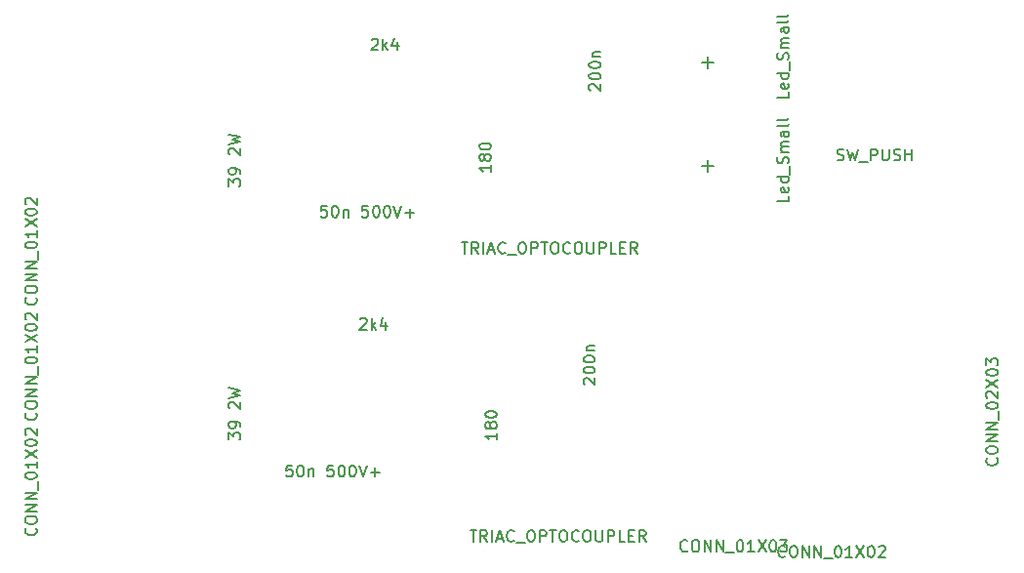
<source format=gbr>
G04 #@! TF.FileFunction,Other,Fab,Top*
%FSLAX46Y46*%
G04 Gerber Fmt 4.6, Leading zero omitted, Abs format (unit mm)*
G04 Created by KiCad (PCBNEW 4.0.4+dfsg1-stable) date Mon Feb 27 19:18:29 2017*
%MOMM*%
%LPD*%
G01*
G04 APERTURE LIST*
%ADD10C,0.100000*%
%ADD11C,0.150000*%
G04 APERTURE END LIST*
D10*
D11*
X57250000Y43000000D02*
X57250000Y42000000D01*
X57750000Y42500000D02*
X56750000Y42500000D01*
X57250000Y34000000D02*
X57250000Y33000000D01*
X57750000Y33500000D02*
X56750000Y33500000D01*
X38952381Y10333334D02*
X38952381Y9761905D01*
X38952381Y10047619D02*
X37952381Y10047619D01*
X38095238Y9952381D01*
X38190476Y9857143D01*
X38238095Y9761905D01*
X38380952Y10904762D02*
X38333333Y10809524D01*
X38285714Y10761905D01*
X38190476Y10714286D01*
X38142857Y10714286D01*
X38047619Y10761905D01*
X38000000Y10809524D01*
X37952381Y10904762D01*
X37952381Y11095239D01*
X38000000Y11190477D01*
X38047619Y11238096D01*
X38142857Y11285715D01*
X38190476Y11285715D01*
X38285714Y11238096D01*
X38333333Y11190477D01*
X38380952Y11095239D01*
X38380952Y10904762D01*
X38428571Y10809524D01*
X38476190Y10761905D01*
X38571429Y10714286D01*
X38761905Y10714286D01*
X38857143Y10761905D01*
X38904762Y10809524D01*
X38952381Y10904762D01*
X38952381Y11095239D01*
X38904762Y11190477D01*
X38857143Y11238096D01*
X38761905Y11285715D01*
X38571429Y11285715D01*
X38476190Y11238096D01*
X38428571Y11190477D01*
X38380952Y11095239D01*
X37952381Y11904762D02*
X37952381Y12000001D01*
X38000000Y12095239D01*
X38047619Y12142858D01*
X38142857Y12190477D01*
X38333333Y12238096D01*
X38571429Y12238096D01*
X38761905Y12190477D01*
X38857143Y12142858D01*
X38904762Y12095239D01*
X38952381Y12000001D01*
X38952381Y11904762D01*
X38904762Y11809524D01*
X38857143Y11761905D01*
X38761905Y11714286D01*
X38571429Y11666667D01*
X38333333Y11666667D01*
X38142857Y11714286D01*
X38047619Y11761905D01*
X38000000Y11809524D01*
X37952381Y11904762D01*
X82302143Y8151191D02*
X82349762Y8103572D01*
X82397381Y7960715D01*
X82397381Y7865477D01*
X82349762Y7722619D01*
X82254524Y7627381D01*
X82159286Y7579762D01*
X81968810Y7532143D01*
X81825952Y7532143D01*
X81635476Y7579762D01*
X81540238Y7627381D01*
X81445000Y7722619D01*
X81397381Y7865477D01*
X81397381Y7960715D01*
X81445000Y8103572D01*
X81492619Y8151191D01*
X81397381Y8770238D02*
X81397381Y8960715D01*
X81445000Y9055953D01*
X81540238Y9151191D01*
X81730714Y9198810D01*
X82064048Y9198810D01*
X82254524Y9151191D01*
X82349762Y9055953D01*
X82397381Y8960715D01*
X82397381Y8770238D01*
X82349762Y8675000D01*
X82254524Y8579762D01*
X82064048Y8532143D01*
X81730714Y8532143D01*
X81540238Y8579762D01*
X81445000Y8675000D01*
X81397381Y8770238D01*
X82397381Y9627381D02*
X81397381Y9627381D01*
X82397381Y10198810D01*
X81397381Y10198810D01*
X82397381Y10675000D02*
X81397381Y10675000D01*
X82397381Y11246429D01*
X81397381Y11246429D01*
X82492619Y11484524D02*
X82492619Y12246429D01*
X81397381Y12675000D02*
X81397381Y12770239D01*
X81445000Y12865477D01*
X81492619Y12913096D01*
X81587857Y12960715D01*
X81778333Y13008334D01*
X82016429Y13008334D01*
X82206905Y12960715D01*
X82302143Y12913096D01*
X82349762Y12865477D01*
X82397381Y12770239D01*
X82397381Y12675000D01*
X82349762Y12579762D01*
X82302143Y12532143D01*
X82206905Y12484524D01*
X82016429Y12436905D01*
X81778333Y12436905D01*
X81587857Y12484524D01*
X81492619Y12532143D01*
X81445000Y12579762D01*
X81397381Y12675000D01*
X81492619Y13389286D02*
X81445000Y13436905D01*
X81397381Y13532143D01*
X81397381Y13770239D01*
X81445000Y13865477D01*
X81492619Y13913096D01*
X81587857Y13960715D01*
X81683095Y13960715D01*
X81825952Y13913096D01*
X82397381Y13341667D01*
X82397381Y13960715D01*
X81397381Y14294048D02*
X82397381Y14960715D01*
X81397381Y14960715D02*
X82397381Y14294048D01*
X81397381Y15532143D02*
X81397381Y15627382D01*
X81445000Y15722620D01*
X81492619Y15770239D01*
X81587857Y15817858D01*
X81778333Y15865477D01*
X82016429Y15865477D01*
X82206905Y15817858D01*
X82302143Y15770239D01*
X82349762Y15722620D01*
X82397381Y15627382D01*
X82397381Y15532143D01*
X82349762Y15436905D01*
X82302143Y15389286D01*
X82206905Y15341667D01*
X82016429Y15294048D01*
X81778333Y15294048D01*
X81587857Y15341667D01*
X81492619Y15389286D01*
X81445000Y15436905D01*
X81397381Y15532143D01*
X81397381Y16198810D02*
X81397381Y16817858D01*
X81778333Y16484524D01*
X81778333Y16627382D01*
X81825952Y16722620D01*
X81873571Y16770239D01*
X81968810Y16817858D01*
X82206905Y16817858D01*
X82302143Y16770239D01*
X82349762Y16722620D01*
X82397381Y16627382D01*
X82397381Y16341667D01*
X82349762Y16246429D01*
X82302143Y16198810D01*
X64270381Y39916571D02*
X64270381Y39440380D01*
X63270381Y39440380D01*
X64222762Y40630857D02*
X64270381Y40535619D01*
X64270381Y40345142D01*
X64222762Y40249904D01*
X64127524Y40202285D01*
X63746571Y40202285D01*
X63651333Y40249904D01*
X63603714Y40345142D01*
X63603714Y40535619D01*
X63651333Y40630857D01*
X63746571Y40678476D01*
X63841810Y40678476D01*
X63937048Y40202285D01*
X64270381Y41535619D02*
X63270381Y41535619D01*
X64222762Y41535619D02*
X64270381Y41440381D01*
X64270381Y41249904D01*
X64222762Y41154666D01*
X64175143Y41107047D01*
X64079905Y41059428D01*
X63794190Y41059428D01*
X63698952Y41107047D01*
X63651333Y41154666D01*
X63603714Y41249904D01*
X63603714Y41440381D01*
X63651333Y41535619D01*
X64365619Y41773714D02*
X64365619Y42535619D01*
X64222762Y42726095D02*
X64270381Y42868952D01*
X64270381Y43107048D01*
X64222762Y43202286D01*
X64175143Y43249905D01*
X64079905Y43297524D01*
X63984667Y43297524D01*
X63889429Y43249905D01*
X63841810Y43202286D01*
X63794190Y43107048D01*
X63746571Y42916571D01*
X63698952Y42821333D01*
X63651333Y42773714D01*
X63556095Y42726095D01*
X63460857Y42726095D01*
X63365619Y42773714D01*
X63318000Y42821333D01*
X63270381Y42916571D01*
X63270381Y43154667D01*
X63318000Y43297524D01*
X64270381Y43726095D02*
X63603714Y43726095D01*
X63698952Y43726095D02*
X63651333Y43773714D01*
X63603714Y43868952D01*
X63603714Y44011810D01*
X63651333Y44107048D01*
X63746571Y44154667D01*
X64270381Y44154667D01*
X63746571Y44154667D02*
X63651333Y44202286D01*
X63603714Y44297524D01*
X63603714Y44440381D01*
X63651333Y44535619D01*
X63746571Y44583238D01*
X64270381Y44583238D01*
X64270381Y45488000D02*
X63746571Y45488000D01*
X63651333Y45440381D01*
X63603714Y45345143D01*
X63603714Y45154666D01*
X63651333Y45059428D01*
X64222762Y45488000D02*
X64270381Y45392762D01*
X64270381Y45154666D01*
X64222762Y45059428D01*
X64127524Y45011809D01*
X64032286Y45011809D01*
X63937048Y45059428D01*
X63889429Y45154666D01*
X63889429Y45392762D01*
X63841810Y45488000D01*
X64270381Y46107047D02*
X64222762Y46011809D01*
X64127524Y45964190D01*
X63270381Y45964190D01*
X64270381Y46630857D02*
X64222762Y46535619D01*
X64127524Y46488000D01*
X63270381Y46488000D01*
X46547619Y14559524D02*
X46500000Y14607143D01*
X46452381Y14702381D01*
X46452381Y14940477D01*
X46500000Y15035715D01*
X46547619Y15083334D01*
X46642857Y15130953D01*
X46738095Y15130953D01*
X46880952Y15083334D01*
X47452381Y14511905D01*
X47452381Y15130953D01*
X46452381Y15750000D02*
X46452381Y15845239D01*
X46500000Y15940477D01*
X46547619Y15988096D01*
X46642857Y16035715D01*
X46833333Y16083334D01*
X47071429Y16083334D01*
X47261905Y16035715D01*
X47357143Y15988096D01*
X47404762Y15940477D01*
X47452381Y15845239D01*
X47452381Y15750000D01*
X47404762Y15654762D01*
X47357143Y15607143D01*
X47261905Y15559524D01*
X47071429Y15511905D01*
X46833333Y15511905D01*
X46642857Y15559524D01*
X46547619Y15607143D01*
X46500000Y15654762D01*
X46452381Y15750000D01*
X46452381Y16702381D02*
X46452381Y16797620D01*
X46500000Y16892858D01*
X46547619Y16940477D01*
X46642857Y16988096D01*
X46833333Y17035715D01*
X47071429Y17035715D01*
X47261905Y16988096D01*
X47357143Y16940477D01*
X47404762Y16892858D01*
X47452381Y16797620D01*
X47452381Y16702381D01*
X47404762Y16607143D01*
X47357143Y16559524D01*
X47261905Y16511905D01*
X47071429Y16464286D01*
X46833333Y16464286D01*
X46642857Y16511905D01*
X46547619Y16559524D01*
X46500000Y16607143D01*
X46452381Y16702381D01*
X46785714Y17464286D02*
X47452381Y17464286D01*
X46880952Y17464286D02*
X46833333Y17511905D01*
X46785714Y17607143D01*
X46785714Y17750001D01*
X46833333Y17845239D01*
X46928571Y17892858D01*
X47452381Y17892858D01*
X47047619Y40059524D02*
X47000000Y40107143D01*
X46952381Y40202381D01*
X46952381Y40440477D01*
X47000000Y40535715D01*
X47047619Y40583334D01*
X47142857Y40630953D01*
X47238095Y40630953D01*
X47380952Y40583334D01*
X47952381Y40011905D01*
X47952381Y40630953D01*
X46952381Y41250000D02*
X46952381Y41345239D01*
X47000000Y41440477D01*
X47047619Y41488096D01*
X47142857Y41535715D01*
X47333333Y41583334D01*
X47571429Y41583334D01*
X47761905Y41535715D01*
X47857143Y41488096D01*
X47904762Y41440477D01*
X47952381Y41345239D01*
X47952381Y41250000D01*
X47904762Y41154762D01*
X47857143Y41107143D01*
X47761905Y41059524D01*
X47571429Y41011905D01*
X47333333Y41011905D01*
X47142857Y41059524D01*
X47047619Y41107143D01*
X47000000Y41154762D01*
X46952381Y41250000D01*
X46952381Y42202381D02*
X46952381Y42297620D01*
X47000000Y42392858D01*
X47047619Y42440477D01*
X47142857Y42488096D01*
X47333333Y42535715D01*
X47571429Y42535715D01*
X47761905Y42488096D01*
X47857143Y42440477D01*
X47904762Y42392858D01*
X47952381Y42297620D01*
X47952381Y42202381D01*
X47904762Y42107143D01*
X47857143Y42059524D01*
X47761905Y42011905D01*
X47571429Y41964286D01*
X47333333Y41964286D01*
X47142857Y42011905D01*
X47047619Y42059524D01*
X47000000Y42107143D01*
X46952381Y42202381D01*
X47285714Y42964286D02*
X47952381Y42964286D01*
X47380952Y42964286D02*
X47333333Y43011905D01*
X47285714Y43107143D01*
X47285714Y43250001D01*
X47333333Y43345239D01*
X47428571Y43392858D01*
X47952381Y43392858D01*
X21202381Y7547619D02*
X20726190Y7547619D01*
X20678571Y7071429D01*
X20726190Y7119048D01*
X20821428Y7166667D01*
X21059524Y7166667D01*
X21154762Y7119048D01*
X21202381Y7071429D01*
X21250000Y6976190D01*
X21250000Y6738095D01*
X21202381Y6642857D01*
X21154762Y6595238D01*
X21059524Y6547619D01*
X20821428Y6547619D01*
X20726190Y6595238D01*
X20678571Y6642857D01*
X21869047Y7547619D02*
X21964286Y7547619D01*
X22059524Y7500000D01*
X22107143Y7452381D01*
X22154762Y7357143D01*
X22202381Y7166667D01*
X22202381Y6928571D01*
X22154762Y6738095D01*
X22107143Y6642857D01*
X22059524Y6595238D01*
X21964286Y6547619D01*
X21869047Y6547619D01*
X21773809Y6595238D01*
X21726190Y6642857D01*
X21678571Y6738095D01*
X21630952Y6928571D01*
X21630952Y7166667D01*
X21678571Y7357143D01*
X21726190Y7452381D01*
X21773809Y7500000D01*
X21869047Y7547619D01*
X22630952Y7214286D02*
X22630952Y6547619D01*
X22630952Y7119048D02*
X22678571Y7166667D01*
X22773809Y7214286D01*
X22916667Y7214286D01*
X23011905Y7166667D01*
X23059524Y7071429D01*
X23059524Y6547619D01*
X24773810Y7547619D02*
X24297619Y7547619D01*
X24250000Y7071429D01*
X24297619Y7119048D01*
X24392857Y7166667D01*
X24630953Y7166667D01*
X24726191Y7119048D01*
X24773810Y7071429D01*
X24821429Y6976190D01*
X24821429Y6738095D01*
X24773810Y6642857D01*
X24726191Y6595238D01*
X24630953Y6547619D01*
X24392857Y6547619D01*
X24297619Y6595238D01*
X24250000Y6642857D01*
X25440476Y7547619D02*
X25535715Y7547619D01*
X25630953Y7500000D01*
X25678572Y7452381D01*
X25726191Y7357143D01*
X25773810Y7166667D01*
X25773810Y6928571D01*
X25726191Y6738095D01*
X25678572Y6642857D01*
X25630953Y6595238D01*
X25535715Y6547619D01*
X25440476Y6547619D01*
X25345238Y6595238D01*
X25297619Y6642857D01*
X25250000Y6738095D01*
X25202381Y6928571D01*
X25202381Y7166667D01*
X25250000Y7357143D01*
X25297619Y7452381D01*
X25345238Y7500000D01*
X25440476Y7547619D01*
X26392857Y7547619D02*
X26488096Y7547619D01*
X26583334Y7500000D01*
X26630953Y7452381D01*
X26678572Y7357143D01*
X26726191Y7166667D01*
X26726191Y6928571D01*
X26678572Y6738095D01*
X26630953Y6642857D01*
X26583334Y6595238D01*
X26488096Y6547619D01*
X26392857Y6547619D01*
X26297619Y6595238D01*
X26250000Y6642857D01*
X26202381Y6738095D01*
X26154762Y6928571D01*
X26154762Y7166667D01*
X26202381Y7357143D01*
X26250000Y7452381D01*
X26297619Y7500000D01*
X26392857Y7547619D01*
X27011905Y7547619D02*
X27345238Y6547619D01*
X27678572Y7547619D01*
X28011905Y6928571D02*
X28773810Y6928571D01*
X28392858Y6547619D02*
X28392858Y7309524D01*
X24202381Y30047619D02*
X23726190Y30047619D01*
X23678571Y29571429D01*
X23726190Y29619048D01*
X23821428Y29666667D01*
X24059524Y29666667D01*
X24154762Y29619048D01*
X24202381Y29571429D01*
X24250000Y29476190D01*
X24250000Y29238095D01*
X24202381Y29142857D01*
X24154762Y29095238D01*
X24059524Y29047619D01*
X23821428Y29047619D01*
X23726190Y29095238D01*
X23678571Y29142857D01*
X24869047Y30047619D02*
X24964286Y30047619D01*
X25059524Y30000000D01*
X25107143Y29952381D01*
X25154762Y29857143D01*
X25202381Y29666667D01*
X25202381Y29428571D01*
X25154762Y29238095D01*
X25107143Y29142857D01*
X25059524Y29095238D01*
X24964286Y29047619D01*
X24869047Y29047619D01*
X24773809Y29095238D01*
X24726190Y29142857D01*
X24678571Y29238095D01*
X24630952Y29428571D01*
X24630952Y29666667D01*
X24678571Y29857143D01*
X24726190Y29952381D01*
X24773809Y30000000D01*
X24869047Y30047619D01*
X25630952Y29714286D02*
X25630952Y29047619D01*
X25630952Y29619048D02*
X25678571Y29666667D01*
X25773809Y29714286D01*
X25916667Y29714286D01*
X26011905Y29666667D01*
X26059524Y29571429D01*
X26059524Y29047619D01*
X27773810Y30047619D02*
X27297619Y30047619D01*
X27250000Y29571429D01*
X27297619Y29619048D01*
X27392857Y29666667D01*
X27630953Y29666667D01*
X27726191Y29619048D01*
X27773810Y29571429D01*
X27821429Y29476190D01*
X27821429Y29238095D01*
X27773810Y29142857D01*
X27726191Y29095238D01*
X27630953Y29047619D01*
X27392857Y29047619D01*
X27297619Y29095238D01*
X27250000Y29142857D01*
X28440476Y30047619D02*
X28535715Y30047619D01*
X28630953Y30000000D01*
X28678572Y29952381D01*
X28726191Y29857143D01*
X28773810Y29666667D01*
X28773810Y29428571D01*
X28726191Y29238095D01*
X28678572Y29142857D01*
X28630953Y29095238D01*
X28535715Y29047619D01*
X28440476Y29047619D01*
X28345238Y29095238D01*
X28297619Y29142857D01*
X28250000Y29238095D01*
X28202381Y29428571D01*
X28202381Y29666667D01*
X28250000Y29857143D01*
X28297619Y29952381D01*
X28345238Y30000000D01*
X28440476Y30047619D01*
X29392857Y30047619D02*
X29488096Y30047619D01*
X29583334Y30000000D01*
X29630953Y29952381D01*
X29678572Y29857143D01*
X29726191Y29666667D01*
X29726191Y29428571D01*
X29678572Y29238095D01*
X29630953Y29142857D01*
X29583334Y29095238D01*
X29488096Y29047619D01*
X29392857Y29047619D01*
X29297619Y29095238D01*
X29250000Y29142857D01*
X29202381Y29238095D01*
X29154762Y29428571D01*
X29154762Y29666667D01*
X29202381Y29857143D01*
X29250000Y29952381D01*
X29297619Y30000000D01*
X29392857Y30047619D01*
X30011905Y30047619D02*
X30345238Y29047619D01*
X30678572Y30047619D01*
X31011905Y29428571D02*
X31773810Y29428571D01*
X31392858Y29047619D02*
X31392858Y29809524D01*
X63976191Y-357143D02*
X63928572Y-404762D01*
X63785715Y-452381D01*
X63690477Y-452381D01*
X63547619Y-404762D01*
X63452381Y-309524D01*
X63404762Y-214286D01*
X63357143Y-23810D01*
X63357143Y119048D01*
X63404762Y309524D01*
X63452381Y404762D01*
X63547619Y500000D01*
X63690477Y547619D01*
X63785715Y547619D01*
X63928572Y500000D01*
X63976191Y452381D01*
X64595238Y547619D02*
X64785715Y547619D01*
X64880953Y500000D01*
X64976191Y404762D01*
X65023810Y214286D01*
X65023810Y-119048D01*
X64976191Y-309524D01*
X64880953Y-404762D01*
X64785715Y-452381D01*
X64595238Y-452381D01*
X64500000Y-404762D01*
X64404762Y-309524D01*
X64357143Y-119048D01*
X64357143Y214286D01*
X64404762Y404762D01*
X64500000Y500000D01*
X64595238Y547619D01*
X65452381Y-452381D02*
X65452381Y547619D01*
X66023810Y-452381D01*
X66023810Y547619D01*
X66500000Y-452381D02*
X66500000Y547619D01*
X67071429Y-452381D01*
X67071429Y547619D01*
X67309524Y-547619D02*
X68071429Y-547619D01*
X68500000Y547619D02*
X68595239Y547619D01*
X68690477Y500000D01*
X68738096Y452381D01*
X68785715Y357143D01*
X68833334Y166667D01*
X68833334Y-71429D01*
X68785715Y-261905D01*
X68738096Y-357143D01*
X68690477Y-404762D01*
X68595239Y-452381D01*
X68500000Y-452381D01*
X68404762Y-404762D01*
X68357143Y-357143D01*
X68309524Y-261905D01*
X68261905Y-71429D01*
X68261905Y166667D01*
X68309524Y357143D01*
X68357143Y452381D01*
X68404762Y500000D01*
X68500000Y547619D01*
X69785715Y-452381D02*
X69214286Y-452381D01*
X69500000Y-452381D02*
X69500000Y547619D01*
X69404762Y404762D01*
X69309524Y309524D01*
X69214286Y261905D01*
X70119048Y547619D02*
X70785715Y-452381D01*
X70785715Y547619D02*
X70119048Y-452381D01*
X71357143Y547619D02*
X71452382Y547619D01*
X71547620Y500000D01*
X71595239Y452381D01*
X71642858Y357143D01*
X71690477Y166667D01*
X71690477Y-71429D01*
X71642858Y-261905D01*
X71595239Y-357143D01*
X71547620Y-404762D01*
X71452382Y-452381D01*
X71357143Y-452381D01*
X71261905Y-404762D01*
X71214286Y-357143D01*
X71166667Y-261905D01*
X71119048Y-71429D01*
X71119048Y166667D01*
X71166667Y357143D01*
X71214286Y452381D01*
X71261905Y500000D01*
X71357143Y547619D01*
X72071429Y452381D02*
X72119048Y500000D01*
X72214286Y547619D01*
X72452382Y547619D01*
X72547620Y500000D01*
X72595239Y452381D01*
X72642858Y357143D01*
X72642858Y261905D01*
X72595239Y119048D01*
X72023810Y-452381D01*
X72642858Y-452381D01*
X-1042857Y2076191D02*
X-995238Y2028572D01*
X-947619Y1885715D01*
X-947619Y1790477D01*
X-995238Y1647619D01*
X-1090476Y1552381D01*
X-1185714Y1504762D01*
X-1376190Y1457143D01*
X-1519048Y1457143D01*
X-1709524Y1504762D01*
X-1804762Y1552381D01*
X-1900000Y1647619D01*
X-1947619Y1790477D01*
X-1947619Y1885715D01*
X-1900000Y2028572D01*
X-1852381Y2076191D01*
X-1947619Y2695238D02*
X-1947619Y2885715D01*
X-1900000Y2980953D01*
X-1804762Y3076191D01*
X-1614286Y3123810D01*
X-1280952Y3123810D01*
X-1090476Y3076191D01*
X-995238Y2980953D01*
X-947619Y2885715D01*
X-947619Y2695238D01*
X-995238Y2600000D01*
X-1090476Y2504762D01*
X-1280952Y2457143D01*
X-1614286Y2457143D01*
X-1804762Y2504762D01*
X-1900000Y2600000D01*
X-1947619Y2695238D01*
X-947619Y3552381D02*
X-1947619Y3552381D01*
X-947619Y4123810D01*
X-1947619Y4123810D01*
X-947619Y4600000D02*
X-1947619Y4600000D01*
X-947619Y5171429D01*
X-1947619Y5171429D01*
X-852381Y5409524D02*
X-852381Y6171429D01*
X-1947619Y6600000D02*
X-1947619Y6695239D01*
X-1900000Y6790477D01*
X-1852381Y6838096D01*
X-1757143Y6885715D01*
X-1566667Y6933334D01*
X-1328571Y6933334D01*
X-1138095Y6885715D01*
X-1042857Y6838096D01*
X-995238Y6790477D01*
X-947619Y6695239D01*
X-947619Y6600000D01*
X-995238Y6504762D01*
X-1042857Y6457143D01*
X-1138095Y6409524D01*
X-1328571Y6361905D01*
X-1566667Y6361905D01*
X-1757143Y6409524D01*
X-1852381Y6457143D01*
X-1900000Y6504762D01*
X-1947619Y6600000D01*
X-947619Y7885715D02*
X-947619Y7314286D01*
X-947619Y7600000D02*
X-1947619Y7600000D01*
X-1804762Y7504762D01*
X-1709524Y7409524D01*
X-1661905Y7314286D01*
X-1947619Y8219048D02*
X-947619Y8885715D01*
X-1947619Y8885715D02*
X-947619Y8219048D01*
X-1947619Y9457143D02*
X-1947619Y9552382D01*
X-1900000Y9647620D01*
X-1852381Y9695239D01*
X-1757143Y9742858D01*
X-1566667Y9790477D01*
X-1328571Y9790477D01*
X-1138095Y9742858D01*
X-1042857Y9695239D01*
X-995238Y9647620D01*
X-947619Y9552382D01*
X-947619Y9457143D01*
X-995238Y9361905D01*
X-1042857Y9314286D01*
X-1138095Y9266667D01*
X-1328571Y9219048D01*
X-1566667Y9219048D01*
X-1757143Y9266667D01*
X-1852381Y9314286D01*
X-1900000Y9361905D01*
X-1947619Y9457143D01*
X-1852381Y10171429D02*
X-1900000Y10219048D01*
X-1947619Y10314286D01*
X-1947619Y10552382D01*
X-1900000Y10647620D01*
X-1852381Y10695239D01*
X-1757143Y10742858D01*
X-1661905Y10742858D01*
X-1519048Y10695239D01*
X-947619Y10123810D01*
X-947619Y10742858D01*
X55476191Y142857D02*
X55428572Y95238D01*
X55285715Y47619D01*
X55190477Y47619D01*
X55047619Y95238D01*
X54952381Y190476D01*
X54904762Y285714D01*
X54857143Y476190D01*
X54857143Y619048D01*
X54904762Y809524D01*
X54952381Y904762D01*
X55047619Y1000000D01*
X55190477Y1047619D01*
X55285715Y1047619D01*
X55428572Y1000000D01*
X55476191Y952381D01*
X56095238Y1047619D02*
X56285715Y1047619D01*
X56380953Y1000000D01*
X56476191Y904762D01*
X56523810Y714286D01*
X56523810Y380952D01*
X56476191Y190476D01*
X56380953Y95238D01*
X56285715Y47619D01*
X56095238Y47619D01*
X56000000Y95238D01*
X55904762Y190476D01*
X55857143Y380952D01*
X55857143Y714286D01*
X55904762Y904762D01*
X56000000Y1000000D01*
X56095238Y1047619D01*
X56952381Y47619D02*
X56952381Y1047619D01*
X57523810Y47619D01*
X57523810Y1047619D01*
X58000000Y47619D02*
X58000000Y1047619D01*
X58571429Y47619D01*
X58571429Y1047619D01*
X58809524Y-47619D02*
X59571429Y-47619D01*
X60000000Y1047619D02*
X60095239Y1047619D01*
X60190477Y1000000D01*
X60238096Y952381D01*
X60285715Y857143D01*
X60333334Y666667D01*
X60333334Y428571D01*
X60285715Y238095D01*
X60238096Y142857D01*
X60190477Y95238D01*
X60095239Y47619D01*
X60000000Y47619D01*
X59904762Y95238D01*
X59857143Y142857D01*
X59809524Y238095D01*
X59761905Y428571D01*
X59761905Y666667D01*
X59809524Y857143D01*
X59857143Y952381D01*
X59904762Y1000000D01*
X60000000Y1047619D01*
X61285715Y47619D02*
X60714286Y47619D01*
X61000000Y47619D02*
X61000000Y1047619D01*
X60904762Y904762D01*
X60809524Y809524D01*
X60714286Y761905D01*
X61619048Y1047619D02*
X62285715Y47619D01*
X62285715Y1047619D02*
X61619048Y47619D01*
X62857143Y1047619D02*
X62952382Y1047619D01*
X63047620Y1000000D01*
X63095239Y952381D01*
X63142858Y857143D01*
X63190477Y666667D01*
X63190477Y428571D01*
X63142858Y238095D01*
X63095239Y142857D01*
X63047620Y95238D01*
X62952382Y47619D01*
X62857143Y47619D01*
X62761905Y95238D01*
X62714286Y142857D01*
X62666667Y238095D01*
X62619048Y428571D01*
X62619048Y666667D01*
X62666667Y857143D01*
X62714286Y952381D01*
X62761905Y1000000D01*
X62857143Y1047619D01*
X63523810Y1047619D02*
X64142858Y1047619D01*
X63809524Y666667D01*
X63952382Y666667D01*
X64047620Y619048D01*
X64095239Y571429D01*
X64142858Y476190D01*
X64142858Y238095D01*
X64095239Y142857D01*
X64047620Y95238D01*
X63952382Y47619D01*
X63666667Y47619D01*
X63571429Y95238D01*
X63523810Y142857D01*
X-1042857Y12076191D02*
X-995238Y12028572D01*
X-947619Y11885715D01*
X-947619Y11790477D01*
X-995238Y11647619D01*
X-1090476Y11552381D01*
X-1185714Y11504762D01*
X-1376190Y11457143D01*
X-1519048Y11457143D01*
X-1709524Y11504762D01*
X-1804762Y11552381D01*
X-1900000Y11647619D01*
X-1947619Y11790477D01*
X-1947619Y11885715D01*
X-1900000Y12028572D01*
X-1852381Y12076191D01*
X-1947619Y12695238D02*
X-1947619Y12885715D01*
X-1900000Y12980953D01*
X-1804762Y13076191D01*
X-1614286Y13123810D01*
X-1280952Y13123810D01*
X-1090476Y13076191D01*
X-995238Y12980953D01*
X-947619Y12885715D01*
X-947619Y12695238D01*
X-995238Y12600000D01*
X-1090476Y12504762D01*
X-1280952Y12457143D01*
X-1614286Y12457143D01*
X-1804762Y12504762D01*
X-1900000Y12600000D01*
X-1947619Y12695238D01*
X-947619Y13552381D02*
X-1947619Y13552381D01*
X-947619Y14123810D01*
X-1947619Y14123810D01*
X-947619Y14600000D02*
X-1947619Y14600000D01*
X-947619Y15171429D01*
X-1947619Y15171429D01*
X-852381Y15409524D02*
X-852381Y16171429D01*
X-1947619Y16600000D02*
X-1947619Y16695239D01*
X-1900000Y16790477D01*
X-1852381Y16838096D01*
X-1757143Y16885715D01*
X-1566667Y16933334D01*
X-1328571Y16933334D01*
X-1138095Y16885715D01*
X-1042857Y16838096D01*
X-995238Y16790477D01*
X-947619Y16695239D01*
X-947619Y16600000D01*
X-995238Y16504762D01*
X-1042857Y16457143D01*
X-1138095Y16409524D01*
X-1328571Y16361905D01*
X-1566667Y16361905D01*
X-1757143Y16409524D01*
X-1852381Y16457143D01*
X-1900000Y16504762D01*
X-1947619Y16600000D01*
X-947619Y17885715D02*
X-947619Y17314286D01*
X-947619Y17600000D02*
X-1947619Y17600000D01*
X-1804762Y17504762D01*
X-1709524Y17409524D01*
X-1661905Y17314286D01*
X-1947619Y18219048D02*
X-947619Y18885715D01*
X-1947619Y18885715D02*
X-947619Y18219048D01*
X-1947619Y19457143D02*
X-1947619Y19552382D01*
X-1900000Y19647620D01*
X-1852381Y19695239D01*
X-1757143Y19742858D01*
X-1566667Y19790477D01*
X-1328571Y19790477D01*
X-1138095Y19742858D01*
X-1042857Y19695239D01*
X-995238Y19647620D01*
X-947619Y19552382D01*
X-947619Y19457143D01*
X-995238Y19361905D01*
X-1042857Y19314286D01*
X-1138095Y19266667D01*
X-1328571Y19219048D01*
X-1566667Y19219048D01*
X-1757143Y19266667D01*
X-1852381Y19314286D01*
X-1900000Y19361905D01*
X-1947619Y19457143D01*
X-1852381Y20171429D02*
X-1900000Y20219048D01*
X-1947619Y20314286D01*
X-1947619Y20552382D01*
X-1900000Y20647620D01*
X-1852381Y20695239D01*
X-1757143Y20742858D01*
X-1661905Y20742858D01*
X-1519048Y20695239D01*
X-947619Y20123810D01*
X-947619Y20742858D01*
X-1042857Y22076191D02*
X-995238Y22028572D01*
X-947619Y21885715D01*
X-947619Y21790477D01*
X-995238Y21647619D01*
X-1090476Y21552381D01*
X-1185714Y21504762D01*
X-1376190Y21457143D01*
X-1519048Y21457143D01*
X-1709524Y21504762D01*
X-1804762Y21552381D01*
X-1900000Y21647619D01*
X-1947619Y21790477D01*
X-1947619Y21885715D01*
X-1900000Y22028572D01*
X-1852381Y22076191D01*
X-1947619Y22695238D02*
X-1947619Y22885715D01*
X-1900000Y22980953D01*
X-1804762Y23076191D01*
X-1614286Y23123810D01*
X-1280952Y23123810D01*
X-1090476Y23076191D01*
X-995238Y22980953D01*
X-947619Y22885715D01*
X-947619Y22695238D01*
X-995238Y22600000D01*
X-1090476Y22504762D01*
X-1280952Y22457143D01*
X-1614286Y22457143D01*
X-1804762Y22504762D01*
X-1900000Y22600000D01*
X-1947619Y22695238D01*
X-947619Y23552381D02*
X-1947619Y23552381D01*
X-947619Y24123810D01*
X-1947619Y24123810D01*
X-947619Y24600000D02*
X-1947619Y24600000D01*
X-947619Y25171429D01*
X-1947619Y25171429D01*
X-852381Y25409524D02*
X-852381Y26171429D01*
X-1947619Y26600000D02*
X-1947619Y26695239D01*
X-1900000Y26790477D01*
X-1852381Y26838096D01*
X-1757143Y26885715D01*
X-1566667Y26933334D01*
X-1328571Y26933334D01*
X-1138095Y26885715D01*
X-1042857Y26838096D01*
X-995238Y26790477D01*
X-947619Y26695239D01*
X-947619Y26600000D01*
X-995238Y26504762D01*
X-1042857Y26457143D01*
X-1138095Y26409524D01*
X-1328571Y26361905D01*
X-1566667Y26361905D01*
X-1757143Y26409524D01*
X-1852381Y26457143D01*
X-1900000Y26504762D01*
X-1947619Y26600000D01*
X-947619Y27885715D02*
X-947619Y27314286D01*
X-947619Y27600000D02*
X-1947619Y27600000D01*
X-1804762Y27504762D01*
X-1709524Y27409524D01*
X-1661905Y27314286D01*
X-1947619Y28219048D02*
X-947619Y28885715D01*
X-1947619Y28885715D02*
X-947619Y28219048D01*
X-1947619Y29457143D02*
X-1947619Y29552382D01*
X-1900000Y29647620D01*
X-1852381Y29695239D01*
X-1757143Y29742858D01*
X-1566667Y29790477D01*
X-1328571Y29790477D01*
X-1138095Y29742858D01*
X-1042857Y29695239D01*
X-995238Y29647620D01*
X-947619Y29552382D01*
X-947619Y29457143D01*
X-995238Y29361905D01*
X-1042857Y29314286D01*
X-1138095Y29266667D01*
X-1328571Y29219048D01*
X-1566667Y29219048D01*
X-1757143Y29266667D01*
X-1852381Y29314286D01*
X-1900000Y29361905D01*
X-1947619Y29457143D01*
X-1852381Y30171429D02*
X-1900000Y30219048D01*
X-1947619Y30314286D01*
X-1947619Y30552382D01*
X-1900000Y30647620D01*
X-1852381Y30695239D01*
X-1757143Y30742858D01*
X-1661905Y30742858D01*
X-1519048Y30695239D01*
X-947619Y30123810D01*
X-947619Y30742858D01*
X38452381Y33583334D02*
X38452381Y33011905D01*
X38452381Y33297619D02*
X37452381Y33297619D01*
X37595238Y33202381D01*
X37690476Y33107143D01*
X37738095Y33011905D01*
X37880952Y34154762D02*
X37833333Y34059524D01*
X37785714Y34011905D01*
X37690476Y33964286D01*
X37642857Y33964286D01*
X37547619Y34011905D01*
X37500000Y34059524D01*
X37452381Y34154762D01*
X37452381Y34345239D01*
X37500000Y34440477D01*
X37547619Y34488096D01*
X37642857Y34535715D01*
X37690476Y34535715D01*
X37785714Y34488096D01*
X37833333Y34440477D01*
X37880952Y34345239D01*
X37880952Y34154762D01*
X37928571Y34059524D01*
X37976190Y34011905D01*
X38071429Y33964286D01*
X38261905Y33964286D01*
X38357143Y34011905D01*
X38404762Y34059524D01*
X38452381Y34154762D01*
X38452381Y34345239D01*
X38404762Y34440477D01*
X38357143Y34488096D01*
X38261905Y34535715D01*
X38071429Y34535715D01*
X37976190Y34488096D01*
X37928571Y34440477D01*
X37880952Y34345239D01*
X37452381Y35154762D02*
X37452381Y35250001D01*
X37500000Y35345239D01*
X37547619Y35392858D01*
X37642857Y35440477D01*
X37833333Y35488096D01*
X38071429Y35488096D01*
X38261905Y35440477D01*
X38357143Y35392858D01*
X38404762Y35345239D01*
X38452381Y35250001D01*
X38452381Y35154762D01*
X38404762Y35059524D01*
X38357143Y35011905D01*
X38261905Y34964286D01*
X38071429Y34916667D01*
X37833333Y34916667D01*
X37642857Y34964286D01*
X37547619Y35011905D01*
X37500000Y35059524D01*
X37452381Y35154762D01*
X27083333Y20202381D02*
X27130952Y20250000D01*
X27226190Y20297619D01*
X27464286Y20297619D01*
X27559524Y20250000D01*
X27607143Y20202381D01*
X27654762Y20107143D01*
X27654762Y20011905D01*
X27607143Y19869048D01*
X27035714Y19297619D01*
X27654762Y19297619D01*
X28083333Y19297619D02*
X28083333Y20297619D01*
X28178571Y19678571D02*
X28464286Y19297619D01*
X28464286Y19964286D02*
X28083333Y19583333D01*
X29321429Y19964286D02*
X29321429Y19297619D01*
X29083333Y20345238D02*
X28845238Y19630952D01*
X29464286Y19630952D01*
X28083333Y44452381D02*
X28130952Y44500000D01*
X28226190Y44547619D01*
X28464286Y44547619D01*
X28559524Y44500000D01*
X28607143Y44452381D01*
X28654762Y44357143D01*
X28654762Y44261905D01*
X28607143Y44119048D01*
X28035714Y43547619D01*
X28654762Y43547619D01*
X29083333Y43547619D02*
X29083333Y44547619D01*
X29178571Y43928571D02*
X29464286Y43547619D01*
X29464286Y44214286D02*
X29083333Y43833333D01*
X30321429Y44214286D02*
X30321429Y43547619D01*
X30083333Y44595238D02*
X29845238Y43880952D01*
X30464286Y43880952D01*
X15702381Y9761905D02*
X15702381Y10380953D01*
X16083333Y10047619D01*
X16083333Y10190477D01*
X16130952Y10285715D01*
X16178571Y10333334D01*
X16273810Y10380953D01*
X16511905Y10380953D01*
X16607143Y10333334D01*
X16654762Y10285715D01*
X16702381Y10190477D01*
X16702381Y9904762D01*
X16654762Y9809524D01*
X16607143Y9761905D01*
X16702381Y10857143D02*
X16702381Y11047619D01*
X16654762Y11142858D01*
X16607143Y11190477D01*
X16464286Y11285715D01*
X16273810Y11333334D01*
X15892857Y11333334D01*
X15797619Y11285715D01*
X15750000Y11238096D01*
X15702381Y11142858D01*
X15702381Y10952381D01*
X15750000Y10857143D01*
X15797619Y10809524D01*
X15892857Y10761905D01*
X16130952Y10761905D01*
X16226190Y10809524D01*
X16273810Y10857143D01*
X16321429Y10952381D01*
X16321429Y11142858D01*
X16273810Y11238096D01*
X16226190Y11285715D01*
X16130952Y11333334D01*
X15797619Y12476191D02*
X15750000Y12523810D01*
X15702381Y12619048D01*
X15702381Y12857144D01*
X15750000Y12952382D01*
X15797619Y13000001D01*
X15892857Y13047620D01*
X15988095Y13047620D01*
X16130952Y13000001D01*
X16702381Y12428572D01*
X16702381Y13047620D01*
X15702381Y13380953D02*
X16702381Y13619048D01*
X15988095Y13809525D01*
X16702381Y14000001D01*
X15702381Y14238096D01*
X15702381Y31761905D02*
X15702381Y32380953D01*
X16083333Y32047619D01*
X16083333Y32190477D01*
X16130952Y32285715D01*
X16178571Y32333334D01*
X16273810Y32380953D01*
X16511905Y32380953D01*
X16607143Y32333334D01*
X16654762Y32285715D01*
X16702381Y32190477D01*
X16702381Y31904762D01*
X16654762Y31809524D01*
X16607143Y31761905D01*
X16702381Y32857143D02*
X16702381Y33047619D01*
X16654762Y33142858D01*
X16607143Y33190477D01*
X16464286Y33285715D01*
X16273810Y33333334D01*
X15892857Y33333334D01*
X15797619Y33285715D01*
X15750000Y33238096D01*
X15702381Y33142858D01*
X15702381Y32952381D01*
X15750000Y32857143D01*
X15797619Y32809524D01*
X15892857Y32761905D01*
X16130952Y32761905D01*
X16226190Y32809524D01*
X16273810Y32857143D01*
X16321429Y32952381D01*
X16321429Y33142858D01*
X16273810Y33238096D01*
X16226190Y33285715D01*
X16130952Y33333334D01*
X15797619Y34476191D02*
X15750000Y34523810D01*
X15702381Y34619048D01*
X15702381Y34857144D01*
X15750000Y34952382D01*
X15797619Y35000001D01*
X15892857Y35047620D01*
X15988095Y35047620D01*
X16130952Y35000001D01*
X16702381Y34428572D01*
X16702381Y35047620D01*
X15702381Y35380953D02*
X16702381Y35619048D01*
X15988095Y35809525D01*
X16702381Y36000001D01*
X15702381Y36238096D01*
X36633333Y1897619D02*
X37204762Y1897619D01*
X36919047Y897619D02*
X36919047Y1897619D01*
X38109524Y897619D02*
X37776190Y1373810D01*
X37538095Y897619D02*
X37538095Y1897619D01*
X37919048Y1897619D01*
X38014286Y1850000D01*
X38061905Y1802381D01*
X38109524Y1707143D01*
X38109524Y1564286D01*
X38061905Y1469048D01*
X38014286Y1421429D01*
X37919048Y1373810D01*
X37538095Y1373810D01*
X38538095Y897619D02*
X38538095Y1897619D01*
X38966666Y1183333D02*
X39442857Y1183333D01*
X38871428Y897619D02*
X39204761Y1897619D01*
X39538095Y897619D01*
X40442857Y992857D02*
X40395238Y945238D01*
X40252381Y897619D01*
X40157143Y897619D01*
X40014285Y945238D01*
X39919047Y1040476D01*
X39871428Y1135714D01*
X39823809Y1326190D01*
X39823809Y1469048D01*
X39871428Y1659524D01*
X39919047Y1754762D01*
X40014285Y1850000D01*
X40157143Y1897619D01*
X40252381Y1897619D01*
X40395238Y1850000D01*
X40442857Y1802381D01*
X40633333Y802381D02*
X41395238Y802381D01*
X41823809Y1897619D02*
X42014286Y1897619D01*
X42109524Y1850000D01*
X42204762Y1754762D01*
X42252381Y1564286D01*
X42252381Y1230952D01*
X42204762Y1040476D01*
X42109524Y945238D01*
X42014286Y897619D01*
X41823809Y897619D01*
X41728571Y945238D01*
X41633333Y1040476D01*
X41585714Y1230952D01*
X41585714Y1564286D01*
X41633333Y1754762D01*
X41728571Y1850000D01*
X41823809Y1897619D01*
X42680952Y897619D02*
X42680952Y1897619D01*
X43061905Y1897619D01*
X43157143Y1850000D01*
X43204762Y1802381D01*
X43252381Y1707143D01*
X43252381Y1564286D01*
X43204762Y1469048D01*
X43157143Y1421429D01*
X43061905Y1373810D01*
X42680952Y1373810D01*
X43538095Y1897619D02*
X44109524Y1897619D01*
X43823809Y897619D02*
X43823809Y1897619D01*
X44633333Y1897619D02*
X44823810Y1897619D01*
X44919048Y1850000D01*
X45014286Y1754762D01*
X45061905Y1564286D01*
X45061905Y1230952D01*
X45014286Y1040476D01*
X44919048Y945238D01*
X44823810Y897619D01*
X44633333Y897619D01*
X44538095Y945238D01*
X44442857Y1040476D01*
X44395238Y1230952D01*
X44395238Y1564286D01*
X44442857Y1754762D01*
X44538095Y1850000D01*
X44633333Y1897619D01*
X46061905Y992857D02*
X46014286Y945238D01*
X45871429Y897619D01*
X45776191Y897619D01*
X45633333Y945238D01*
X45538095Y1040476D01*
X45490476Y1135714D01*
X45442857Y1326190D01*
X45442857Y1469048D01*
X45490476Y1659524D01*
X45538095Y1754762D01*
X45633333Y1850000D01*
X45776191Y1897619D01*
X45871429Y1897619D01*
X46014286Y1850000D01*
X46061905Y1802381D01*
X46680952Y1897619D02*
X46871429Y1897619D01*
X46966667Y1850000D01*
X47061905Y1754762D01*
X47109524Y1564286D01*
X47109524Y1230952D01*
X47061905Y1040476D01*
X46966667Y945238D01*
X46871429Y897619D01*
X46680952Y897619D01*
X46585714Y945238D01*
X46490476Y1040476D01*
X46442857Y1230952D01*
X46442857Y1564286D01*
X46490476Y1754762D01*
X46585714Y1850000D01*
X46680952Y1897619D01*
X47538095Y1897619D02*
X47538095Y1088095D01*
X47585714Y992857D01*
X47633333Y945238D01*
X47728571Y897619D01*
X47919048Y897619D01*
X48014286Y945238D01*
X48061905Y992857D01*
X48109524Y1088095D01*
X48109524Y1897619D01*
X48585714Y897619D02*
X48585714Y1897619D01*
X48966667Y1897619D01*
X49061905Y1850000D01*
X49109524Y1802381D01*
X49157143Y1707143D01*
X49157143Y1564286D01*
X49109524Y1469048D01*
X49061905Y1421429D01*
X48966667Y1373810D01*
X48585714Y1373810D01*
X50061905Y897619D02*
X49585714Y897619D01*
X49585714Y1897619D01*
X50395238Y1421429D02*
X50728572Y1421429D01*
X50871429Y897619D02*
X50395238Y897619D01*
X50395238Y1897619D01*
X50871429Y1897619D01*
X51871429Y897619D02*
X51538095Y1373810D01*
X51300000Y897619D02*
X51300000Y1897619D01*
X51680953Y1897619D01*
X51776191Y1850000D01*
X51823810Y1802381D01*
X51871429Y1707143D01*
X51871429Y1564286D01*
X51823810Y1469048D01*
X51776191Y1421429D01*
X51680953Y1373810D01*
X51300000Y1373810D01*
X35883333Y26897619D02*
X36454762Y26897619D01*
X36169047Y25897619D02*
X36169047Y26897619D01*
X37359524Y25897619D02*
X37026190Y26373810D01*
X36788095Y25897619D02*
X36788095Y26897619D01*
X37169048Y26897619D01*
X37264286Y26850000D01*
X37311905Y26802381D01*
X37359524Y26707143D01*
X37359524Y26564286D01*
X37311905Y26469048D01*
X37264286Y26421429D01*
X37169048Y26373810D01*
X36788095Y26373810D01*
X37788095Y25897619D02*
X37788095Y26897619D01*
X38216666Y26183333D02*
X38692857Y26183333D01*
X38121428Y25897619D02*
X38454761Y26897619D01*
X38788095Y25897619D01*
X39692857Y25992857D02*
X39645238Y25945238D01*
X39502381Y25897619D01*
X39407143Y25897619D01*
X39264285Y25945238D01*
X39169047Y26040476D01*
X39121428Y26135714D01*
X39073809Y26326190D01*
X39073809Y26469048D01*
X39121428Y26659524D01*
X39169047Y26754762D01*
X39264285Y26850000D01*
X39407143Y26897619D01*
X39502381Y26897619D01*
X39645238Y26850000D01*
X39692857Y26802381D01*
X39883333Y25802381D02*
X40645238Y25802381D01*
X41073809Y26897619D02*
X41264286Y26897619D01*
X41359524Y26850000D01*
X41454762Y26754762D01*
X41502381Y26564286D01*
X41502381Y26230952D01*
X41454762Y26040476D01*
X41359524Y25945238D01*
X41264286Y25897619D01*
X41073809Y25897619D01*
X40978571Y25945238D01*
X40883333Y26040476D01*
X40835714Y26230952D01*
X40835714Y26564286D01*
X40883333Y26754762D01*
X40978571Y26850000D01*
X41073809Y26897619D01*
X41930952Y25897619D02*
X41930952Y26897619D01*
X42311905Y26897619D01*
X42407143Y26850000D01*
X42454762Y26802381D01*
X42502381Y26707143D01*
X42502381Y26564286D01*
X42454762Y26469048D01*
X42407143Y26421429D01*
X42311905Y26373810D01*
X41930952Y26373810D01*
X42788095Y26897619D02*
X43359524Y26897619D01*
X43073809Y25897619D02*
X43073809Y26897619D01*
X43883333Y26897619D02*
X44073810Y26897619D01*
X44169048Y26850000D01*
X44264286Y26754762D01*
X44311905Y26564286D01*
X44311905Y26230952D01*
X44264286Y26040476D01*
X44169048Y25945238D01*
X44073810Y25897619D01*
X43883333Y25897619D01*
X43788095Y25945238D01*
X43692857Y26040476D01*
X43645238Y26230952D01*
X43645238Y26564286D01*
X43692857Y26754762D01*
X43788095Y26850000D01*
X43883333Y26897619D01*
X45311905Y25992857D02*
X45264286Y25945238D01*
X45121429Y25897619D01*
X45026191Y25897619D01*
X44883333Y25945238D01*
X44788095Y26040476D01*
X44740476Y26135714D01*
X44692857Y26326190D01*
X44692857Y26469048D01*
X44740476Y26659524D01*
X44788095Y26754762D01*
X44883333Y26850000D01*
X45026191Y26897619D01*
X45121429Y26897619D01*
X45264286Y26850000D01*
X45311905Y26802381D01*
X45930952Y26897619D02*
X46121429Y26897619D01*
X46216667Y26850000D01*
X46311905Y26754762D01*
X46359524Y26564286D01*
X46359524Y26230952D01*
X46311905Y26040476D01*
X46216667Y25945238D01*
X46121429Y25897619D01*
X45930952Y25897619D01*
X45835714Y25945238D01*
X45740476Y26040476D01*
X45692857Y26230952D01*
X45692857Y26564286D01*
X45740476Y26754762D01*
X45835714Y26850000D01*
X45930952Y26897619D01*
X46788095Y26897619D02*
X46788095Y26088095D01*
X46835714Y25992857D01*
X46883333Y25945238D01*
X46978571Y25897619D01*
X47169048Y25897619D01*
X47264286Y25945238D01*
X47311905Y25992857D01*
X47359524Y26088095D01*
X47359524Y26897619D01*
X47835714Y25897619D02*
X47835714Y26897619D01*
X48216667Y26897619D01*
X48311905Y26850000D01*
X48359524Y26802381D01*
X48407143Y26707143D01*
X48407143Y26564286D01*
X48359524Y26469048D01*
X48311905Y26421429D01*
X48216667Y26373810D01*
X47835714Y26373810D01*
X49311905Y25897619D02*
X48835714Y25897619D01*
X48835714Y26897619D01*
X49645238Y26421429D02*
X49978572Y26421429D01*
X50121429Y25897619D02*
X49645238Y25897619D01*
X49645238Y26897619D01*
X50121429Y26897619D01*
X51121429Y25897619D02*
X50788095Y26373810D01*
X50550000Y25897619D02*
X50550000Y26897619D01*
X50930953Y26897619D01*
X51026191Y26850000D01*
X51073810Y26802381D01*
X51121429Y26707143D01*
X51121429Y26564286D01*
X51073810Y26469048D01*
X51026191Y26421429D01*
X50930953Y26373810D01*
X50550000Y26373810D01*
X64270381Y30916571D02*
X64270381Y30440380D01*
X63270381Y30440380D01*
X64222762Y31630857D02*
X64270381Y31535619D01*
X64270381Y31345142D01*
X64222762Y31249904D01*
X64127524Y31202285D01*
X63746571Y31202285D01*
X63651333Y31249904D01*
X63603714Y31345142D01*
X63603714Y31535619D01*
X63651333Y31630857D01*
X63746571Y31678476D01*
X63841810Y31678476D01*
X63937048Y31202285D01*
X64270381Y32535619D02*
X63270381Y32535619D01*
X64222762Y32535619D02*
X64270381Y32440381D01*
X64270381Y32249904D01*
X64222762Y32154666D01*
X64175143Y32107047D01*
X64079905Y32059428D01*
X63794190Y32059428D01*
X63698952Y32107047D01*
X63651333Y32154666D01*
X63603714Y32249904D01*
X63603714Y32440381D01*
X63651333Y32535619D01*
X64365619Y32773714D02*
X64365619Y33535619D01*
X64222762Y33726095D02*
X64270381Y33868952D01*
X64270381Y34107048D01*
X64222762Y34202286D01*
X64175143Y34249905D01*
X64079905Y34297524D01*
X63984667Y34297524D01*
X63889429Y34249905D01*
X63841810Y34202286D01*
X63794190Y34107048D01*
X63746571Y33916571D01*
X63698952Y33821333D01*
X63651333Y33773714D01*
X63556095Y33726095D01*
X63460857Y33726095D01*
X63365619Y33773714D01*
X63318000Y33821333D01*
X63270381Y33916571D01*
X63270381Y34154667D01*
X63318000Y34297524D01*
X64270381Y34726095D02*
X63603714Y34726095D01*
X63698952Y34726095D02*
X63651333Y34773714D01*
X63603714Y34868952D01*
X63603714Y35011810D01*
X63651333Y35107048D01*
X63746571Y35154667D01*
X64270381Y35154667D01*
X63746571Y35154667D02*
X63651333Y35202286D01*
X63603714Y35297524D01*
X63603714Y35440381D01*
X63651333Y35535619D01*
X63746571Y35583238D01*
X64270381Y35583238D01*
X64270381Y36488000D02*
X63746571Y36488000D01*
X63651333Y36440381D01*
X63603714Y36345143D01*
X63603714Y36154666D01*
X63651333Y36059428D01*
X64222762Y36488000D02*
X64270381Y36392762D01*
X64270381Y36154666D01*
X64222762Y36059428D01*
X64127524Y36011809D01*
X64032286Y36011809D01*
X63937048Y36059428D01*
X63889429Y36154666D01*
X63889429Y36392762D01*
X63841810Y36488000D01*
X64270381Y37107047D02*
X64222762Y37011809D01*
X64127524Y36964190D01*
X63270381Y36964190D01*
X64270381Y37630857D02*
X64222762Y37535619D01*
X64127524Y37488000D01*
X63270381Y37488000D01*
X68480095Y34023238D02*
X68622952Y33975619D01*
X68861048Y33975619D01*
X68956286Y34023238D01*
X69003905Y34070857D01*
X69051524Y34166095D01*
X69051524Y34261333D01*
X69003905Y34356571D01*
X68956286Y34404190D01*
X68861048Y34451810D01*
X68670571Y34499429D01*
X68575333Y34547048D01*
X68527714Y34594667D01*
X68480095Y34689905D01*
X68480095Y34785143D01*
X68527714Y34880381D01*
X68575333Y34928000D01*
X68670571Y34975619D01*
X68908667Y34975619D01*
X69051524Y34928000D01*
X69384857Y34975619D02*
X69622952Y33975619D01*
X69813429Y34689905D01*
X70003905Y33975619D01*
X70242000Y34975619D01*
X70384857Y33880381D02*
X71146762Y33880381D01*
X71384857Y33975619D02*
X71384857Y34975619D01*
X71765810Y34975619D01*
X71861048Y34928000D01*
X71908667Y34880381D01*
X71956286Y34785143D01*
X71956286Y34642286D01*
X71908667Y34547048D01*
X71861048Y34499429D01*
X71765810Y34451810D01*
X71384857Y34451810D01*
X72384857Y34975619D02*
X72384857Y34166095D01*
X72432476Y34070857D01*
X72480095Y34023238D01*
X72575333Y33975619D01*
X72765810Y33975619D01*
X72861048Y34023238D01*
X72908667Y34070857D01*
X72956286Y34166095D01*
X72956286Y34975619D01*
X73384857Y34023238D02*
X73527714Y33975619D01*
X73765810Y33975619D01*
X73861048Y34023238D01*
X73908667Y34070857D01*
X73956286Y34166095D01*
X73956286Y34261333D01*
X73908667Y34356571D01*
X73861048Y34404190D01*
X73765810Y34451810D01*
X73575333Y34499429D01*
X73480095Y34547048D01*
X73432476Y34594667D01*
X73384857Y34689905D01*
X73384857Y34785143D01*
X73432476Y34880381D01*
X73480095Y34928000D01*
X73575333Y34975619D01*
X73813429Y34975619D01*
X73956286Y34928000D01*
X74384857Y33975619D02*
X74384857Y34975619D01*
X74384857Y34499429D02*
X74956286Y34499429D01*
X74956286Y33975619D02*
X74956286Y34975619D01*
M02*

</source>
